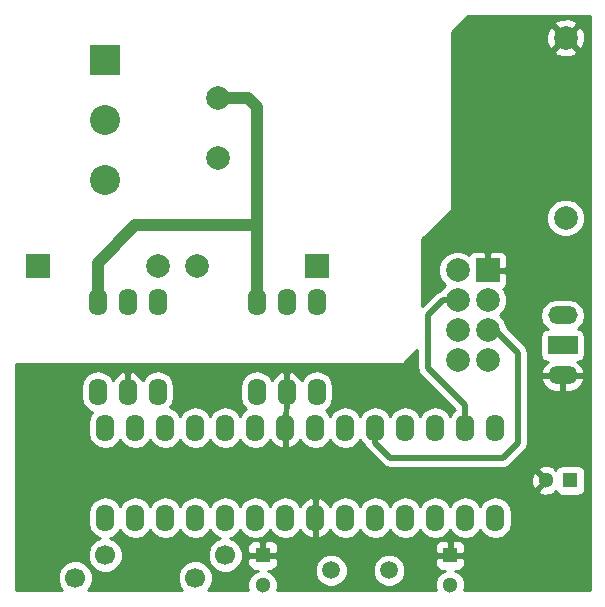
<source format=gtl>
G04 #@! TF.FileFunction,Copper,L1,Top,Signal*
%FSLAX46Y46*%
G04 Gerber Fmt 4.6, Leading zero omitted, Abs format (unit mm)*
G04 Created by KiCad (PCBNEW 4.0.4+e1-6308~48~ubuntu15.10.1-stable) date Mon Sep 26 14:10:36 2016*
%MOMM*%
%LPD*%
G01*
G04 APERTURE LIST*
%ADD10C,0.100000*%
%ADD11C,1.699260*%
%ADD12R,2.499360X1.501140*%
%ADD13O,2.499360X1.501140*%
%ADD14R,2.540000X2.540000*%
%ADD15C,2.540000*%
%ADD16R,1.300000X1.300000*%
%ADD17C,1.300000*%
%ADD18C,1.998980*%
%ADD19R,1.998980X1.998980*%
%ADD20O,1.600000X2.300000*%
%ADD21R,2.000000X2.000000*%
%ADD22C,2.000000*%
%ADD23C,1.501140*%
%ADD24C,0.500000*%
%ADD25C,0.250000*%
%ADD26C,1.000000*%
%ADD27C,0.254000*%
G04 APERTURE END LIST*
D10*
D11*
X149225520Y-127632460D03*
X139065520Y-127632460D03*
D12*
X180340000Y-107952540D03*
D13*
X180340000Y-110492540D03*
X180340000Y-105412540D03*
D14*
X141605000Y-83820000D03*
D15*
X141605000Y-88900000D03*
X141605000Y-93980000D03*
D16*
X154940000Y-125730000D03*
D17*
X154940000Y-128230000D03*
D16*
X170815000Y-125730000D03*
D17*
X170815000Y-128230000D03*
D16*
X180975000Y-119380000D03*
D17*
X178975000Y-119380000D03*
D18*
X146050000Y-101216460D03*
D19*
X135890000Y-101216460D03*
D18*
X149352000Y-101221540D03*
D19*
X159512000Y-101221540D03*
D20*
X141605000Y-122555000D03*
X144145000Y-122555000D03*
X146685000Y-122555000D03*
X149225000Y-122555000D03*
X151765000Y-122555000D03*
X154305000Y-122555000D03*
X156845000Y-122555000D03*
X159385000Y-122555000D03*
X161925000Y-122555000D03*
X164465000Y-122555000D03*
X167005000Y-122555000D03*
X169545000Y-122555000D03*
X172085000Y-122555000D03*
X174625000Y-122555000D03*
X174625000Y-114935000D03*
X172085000Y-114935000D03*
X169545000Y-114935000D03*
X167005000Y-114935000D03*
X164465000Y-114935000D03*
X161925000Y-114935000D03*
X159385000Y-114935000D03*
X156845000Y-114935000D03*
X154305000Y-114935000D03*
X151765000Y-114935000D03*
X149225000Y-114935000D03*
X146685000Y-114935000D03*
X144145000Y-114935000D03*
X141605000Y-114935000D03*
D11*
X151765520Y-125727460D03*
X141605520Y-125727460D03*
D21*
X173990000Y-101600000D03*
D22*
X171450000Y-101600000D03*
X173990000Y-104140000D03*
X171450000Y-104140000D03*
X173990000Y-106680000D03*
X171450000Y-106680000D03*
X173990000Y-109220000D03*
X171450000Y-109220000D03*
X151130000Y-86995000D03*
X151130000Y-92075000D03*
X180594000Y-81915000D03*
X180594000Y-97155000D03*
D23*
X160754060Y-127000000D03*
X165635940Y-127000000D03*
D20*
X140970000Y-111887000D03*
X143510000Y-111887000D03*
X146050000Y-111887000D03*
X146050000Y-104267000D03*
X143510000Y-104267000D03*
X140970000Y-104267000D03*
X154432000Y-111887000D03*
X156972000Y-111887000D03*
X159512000Y-111887000D03*
X159512000Y-104267000D03*
X156972000Y-104267000D03*
X154432000Y-104267000D03*
D24*
X170815000Y-111760000D02*
X172085000Y-113030000D01*
X171450000Y-104140000D02*
X170180000Y-104140000D01*
X172085000Y-113030000D02*
X172085000Y-114935000D01*
X168910000Y-109855000D02*
X170815000Y-111760000D01*
X168910000Y-105410000D02*
X168910000Y-109855000D01*
X170180000Y-104140000D02*
X168910000Y-105410000D01*
D25*
X173990000Y-106680000D02*
X174625000Y-106680000D01*
D24*
X174625000Y-106680000D02*
X176530000Y-108585000D01*
X164465000Y-116205000D02*
X164465000Y-114935000D01*
X165735000Y-117475000D02*
X164465000Y-116205000D01*
X175260000Y-117475000D02*
X165735000Y-117475000D01*
X176530000Y-116205000D02*
X175260000Y-117475000D01*
X176530000Y-108585000D02*
X176530000Y-116205000D01*
D26*
X154432000Y-104267000D02*
X154432000Y-87757000D01*
X154432000Y-87757000D02*
X153670000Y-86995000D01*
X153670000Y-86995000D02*
X151130000Y-86995000D01*
X140970000Y-104267000D02*
X140970000Y-100965000D01*
X140970000Y-100965000D02*
X144145000Y-97790000D01*
X144145000Y-97790000D02*
X154305000Y-97790000D01*
X154305000Y-97790000D02*
X154432000Y-97917000D01*
X154432000Y-97917000D02*
X154432000Y-104267000D01*
D27*
G36*
X182640000Y-128665000D02*
X172025750Y-128665000D01*
X172099777Y-128486724D01*
X172100223Y-127975519D01*
X171905005Y-127503057D01*
X171543845Y-127141265D01*
X171239765Y-127015000D01*
X171591310Y-127015000D01*
X171824699Y-126918327D01*
X172003327Y-126739698D01*
X172100000Y-126506309D01*
X172100000Y-126015750D01*
X171941250Y-125857000D01*
X170942000Y-125857000D01*
X170942000Y-125877000D01*
X170688000Y-125877000D01*
X170688000Y-125857000D01*
X169688750Y-125857000D01*
X169530000Y-126015750D01*
X169530000Y-126506309D01*
X169626673Y-126739698D01*
X169805301Y-126918327D01*
X170038690Y-127015000D01*
X170390567Y-127015000D01*
X170088057Y-127139995D01*
X169726265Y-127501155D01*
X169530223Y-127973276D01*
X169529777Y-128484481D01*
X169604366Y-128665000D01*
X156150750Y-128665000D01*
X156224777Y-128486724D01*
X156225223Y-127975519D01*
X156030005Y-127503057D01*
X155801746Y-127274398D01*
X159368250Y-127274398D01*
X159578746Y-127783837D01*
X159968173Y-128173944D01*
X160477244Y-128385329D01*
X161028458Y-128385810D01*
X161537897Y-128175314D01*
X161928004Y-127785887D01*
X162139389Y-127276816D01*
X162139391Y-127274398D01*
X164250130Y-127274398D01*
X164460626Y-127783837D01*
X164850053Y-128173944D01*
X165359124Y-128385329D01*
X165910338Y-128385810D01*
X166419777Y-128175314D01*
X166809884Y-127785887D01*
X167021269Y-127276816D01*
X167021750Y-126725602D01*
X166811254Y-126216163D01*
X166421827Y-125826056D01*
X165912756Y-125614671D01*
X165361542Y-125614190D01*
X164852103Y-125824686D01*
X164461996Y-126214113D01*
X164250611Y-126723184D01*
X164250130Y-127274398D01*
X162139391Y-127274398D01*
X162139870Y-126725602D01*
X161929374Y-126216163D01*
X161539947Y-125826056D01*
X161030876Y-125614671D01*
X160479662Y-125614190D01*
X159970223Y-125824686D01*
X159580116Y-126214113D01*
X159368731Y-126723184D01*
X159368250Y-127274398D01*
X155801746Y-127274398D01*
X155668845Y-127141265D01*
X155364765Y-127015000D01*
X155716310Y-127015000D01*
X155949699Y-126918327D01*
X156128327Y-126739698D01*
X156225000Y-126506309D01*
X156225000Y-126015750D01*
X156066250Y-125857000D01*
X155067000Y-125857000D01*
X155067000Y-125877000D01*
X154813000Y-125877000D01*
X154813000Y-125857000D01*
X153813750Y-125857000D01*
X153655000Y-126015750D01*
X153655000Y-126506309D01*
X153751673Y-126739698D01*
X153930301Y-126918327D01*
X154163690Y-127015000D01*
X154515567Y-127015000D01*
X154213057Y-127139995D01*
X153851265Y-127501155D01*
X153655223Y-127973276D01*
X153654777Y-128484481D01*
X153729366Y-128665000D01*
X150292595Y-128665000D01*
X150483394Y-128474534D01*
X150709892Y-127929067D01*
X150710408Y-127338444D01*
X150484862Y-126792583D01*
X150067594Y-126374586D01*
X149522127Y-126148088D01*
X148931504Y-126147572D01*
X148385643Y-126373118D01*
X147967646Y-126790386D01*
X147741148Y-127335853D01*
X147740632Y-127926476D01*
X147966178Y-128472337D01*
X148158505Y-128665000D01*
X140132595Y-128665000D01*
X140323394Y-128474534D01*
X140549892Y-127929067D01*
X140550408Y-127338444D01*
X140324862Y-126792583D01*
X139907594Y-126374586D01*
X139362127Y-126148088D01*
X138771504Y-126147572D01*
X138225643Y-126373118D01*
X137807646Y-126790386D01*
X137581148Y-127335853D01*
X137580632Y-127926476D01*
X137806178Y-128472337D01*
X137998505Y-128665000D01*
X134060000Y-128665000D01*
X134060000Y-126021476D01*
X140120632Y-126021476D01*
X140346178Y-126567337D01*
X140763446Y-126985334D01*
X141308913Y-127211832D01*
X141899536Y-127212348D01*
X142445397Y-126986802D01*
X142863394Y-126569534D01*
X143089892Y-126024067D01*
X143090408Y-125433444D01*
X142864862Y-124887583D01*
X142447594Y-124469586D01*
X142020632Y-124292296D01*
X142154151Y-124265737D01*
X142619698Y-123954668D01*
X142875000Y-123572582D01*
X143130302Y-123954668D01*
X143595849Y-124265737D01*
X144145000Y-124374970D01*
X144694151Y-124265737D01*
X145159698Y-123954668D01*
X145415000Y-123572582D01*
X145670302Y-123954668D01*
X146135849Y-124265737D01*
X146685000Y-124374970D01*
X147234151Y-124265737D01*
X147699698Y-123954668D01*
X147955000Y-123572582D01*
X148210302Y-123954668D01*
X148675849Y-124265737D01*
X149225000Y-124374970D01*
X149774151Y-124265737D01*
X150239698Y-123954668D01*
X150495000Y-123572582D01*
X150750302Y-123954668D01*
X151215849Y-124265737D01*
X151350580Y-124292537D01*
X150925643Y-124468118D01*
X150507646Y-124885386D01*
X150281148Y-125430853D01*
X150280632Y-126021476D01*
X150506178Y-126567337D01*
X150923446Y-126985334D01*
X151468913Y-127211832D01*
X152059536Y-127212348D01*
X152605397Y-126986802D01*
X153023394Y-126569534D01*
X153249892Y-126024067D01*
X153250408Y-125433444D01*
X153052178Y-124953691D01*
X153655000Y-124953691D01*
X153655000Y-125444250D01*
X153813750Y-125603000D01*
X154813000Y-125603000D01*
X154813000Y-124603750D01*
X155067000Y-124603750D01*
X155067000Y-125603000D01*
X156066250Y-125603000D01*
X156225000Y-125444250D01*
X156225000Y-124953691D01*
X169530000Y-124953691D01*
X169530000Y-125444250D01*
X169688750Y-125603000D01*
X170688000Y-125603000D01*
X170688000Y-124603750D01*
X170942000Y-124603750D01*
X170942000Y-125603000D01*
X171941250Y-125603000D01*
X172100000Y-125444250D01*
X172100000Y-124953691D01*
X172003327Y-124720302D01*
X171824699Y-124541673D01*
X171591310Y-124445000D01*
X171100750Y-124445000D01*
X170942000Y-124603750D01*
X170688000Y-124603750D01*
X170529250Y-124445000D01*
X170038690Y-124445000D01*
X169805301Y-124541673D01*
X169626673Y-124720302D01*
X169530000Y-124953691D01*
X156225000Y-124953691D01*
X156128327Y-124720302D01*
X155949699Y-124541673D01*
X155716310Y-124445000D01*
X155225750Y-124445000D01*
X155067000Y-124603750D01*
X154813000Y-124603750D01*
X154654250Y-124445000D01*
X154163690Y-124445000D01*
X153930301Y-124541673D01*
X153751673Y-124720302D01*
X153655000Y-124953691D01*
X153052178Y-124953691D01*
X153024862Y-124887583D01*
X152607594Y-124469586D01*
X152180632Y-124292296D01*
X152314151Y-124265737D01*
X152779698Y-123954668D01*
X153035000Y-123572582D01*
X153290302Y-123954668D01*
X153755849Y-124265737D01*
X154305000Y-124374970D01*
X154854151Y-124265737D01*
X155319698Y-123954668D01*
X155575000Y-123572582D01*
X155830302Y-123954668D01*
X156295849Y-124265737D01*
X156845000Y-124374970D01*
X157394151Y-124265737D01*
X157859698Y-123954668D01*
X158112149Y-123576849D01*
X158460104Y-124009500D01*
X158953181Y-124279367D01*
X159035961Y-124296904D01*
X159258000Y-124174915D01*
X159258000Y-122682000D01*
X159238000Y-122682000D01*
X159238000Y-122428000D01*
X159258000Y-122428000D01*
X159258000Y-120935085D01*
X159512000Y-120935085D01*
X159512000Y-122428000D01*
X159532000Y-122428000D01*
X159532000Y-122682000D01*
X159512000Y-122682000D01*
X159512000Y-124174915D01*
X159734039Y-124296904D01*
X159816819Y-124279367D01*
X160309896Y-124009500D01*
X160657851Y-123576849D01*
X160910302Y-123954668D01*
X161375849Y-124265737D01*
X161925000Y-124374970D01*
X162474151Y-124265737D01*
X162939698Y-123954668D01*
X163195000Y-123572582D01*
X163450302Y-123954668D01*
X163915849Y-124265737D01*
X164465000Y-124374970D01*
X165014151Y-124265737D01*
X165479698Y-123954668D01*
X165735000Y-123572582D01*
X165990302Y-123954668D01*
X166455849Y-124265737D01*
X167005000Y-124374970D01*
X167554151Y-124265737D01*
X168019698Y-123954668D01*
X168275000Y-123572582D01*
X168530302Y-123954668D01*
X168995849Y-124265737D01*
X169545000Y-124374970D01*
X170094151Y-124265737D01*
X170559698Y-123954668D01*
X170815000Y-123572582D01*
X171070302Y-123954668D01*
X171535849Y-124265737D01*
X172085000Y-124374970D01*
X172634151Y-124265737D01*
X173099698Y-123954668D01*
X173355000Y-123572582D01*
X173610302Y-123954668D01*
X174075849Y-124265737D01*
X174625000Y-124374970D01*
X175174151Y-124265737D01*
X175639698Y-123954668D01*
X175950767Y-123489121D01*
X176060000Y-122939970D01*
X176060000Y-122170030D01*
X175950767Y-121620879D01*
X175639698Y-121155332D01*
X175174151Y-120844263D01*
X174625000Y-120735030D01*
X174075849Y-120844263D01*
X173610302Y-121155332D01*
X173355000Y-121537418D01*
X173099698Y-121155332D01*
X172634151Y-120844263D01*
X172085000Y-120735030D01*
X171535849Y-120844263D01*
X171070302Y-121155332D01*
X170815000Y-121537418D01*
X170559698Y-121155332D01*
X170094151Y-120844263D01*
X169545000Y-120735030D01*
X168995849Y-120844263D01*
X168530302Y-121155332D01*
X168275000Y-121537418D01*
X168019698Y-121155332D01*
X167554151Y-120844263D01*
X167005000Y-120735030D01*
X166455849Y-120844263D01*
X165990302Y-121155332D01*
X165735000Y-121537418D01*
X165479698Y-121155332D01*
X165014151Y-120844263D01*
X164465000Y-120735030D01*
X163915849Y-120844263D01*
X163450302Y-121155332D01*
X163195000Y-121537418D01*
X162939698Y-121155332D01*
X162474151Y-120844263D01*
X161925000Y-120735030D01*
X161375849Y-120844263D01*
X160910302Y-121155332D01*
X160657851Y-121533151D01*
X160309896Y-121100500D01*
X159816819Y-120830633D01*
X159734039Y-120813096D01*
X159512000Y-120935085D01*
X159258000Y-120935085D01*
X159035961Y-120813096D01*
X158953181Y-120830633D01*
X158460104Y-121100500D01*
X158112149Y-121533151D01*
X157859698Y-121155332D01*
X157394151Y-120844263D01*
X156845000Y-120735030D01*
X156295849Y-120844263D01*
X155830302Y-121155332D01*
X155575000Y-121537418D01*
X155319698Y-121155332D01*
X154854151Y-120844263D01*
X154305000Y-120735030D01*
X153755849Y-120844263D01*
X153290302Y-121155332D01*
X153035000Y-121537418D01*
X152779698Y-121155332D01*
X152314151Y-120844263D01*
X151765000Y-120735030D01*
X151215849Y-120844263D01*
X150750302Y-121155332D01*
X150495000Y-121537418D01*
X150239698Y-121155332D01*
X149774151Y-120844263D01*
X149225000Y-120735030D01*
X148675849Y-120844263D01*
X148210302Y-121155332D01*
X147955000Y-121537418D01*
X147699698Y-121155332D01*
X147234151Y-120844263D01*
X146685000Y-120735030D01*
X146135849Y-120844263D01*
X145670302Y-121155332D01*
X145415000Y-121537418D01*
X145159698Y-121155332D01*
X144694151Y-120844263D01*
X144145000Y-120735030D01*
X143595849Y-120844263D01*
X143130302Y-121155332D01*
X142875000Y-121537418D01*
X142619698Y-121155332D01*
X142154151Y-120844263D01*
X141605000Y-120735030D01*
X141055849Y-120844263D01*
X140590302Y-121155332D01*
X140279233Y-121620879D01*
X140170000Y-122170030D01*
X140170000Y-122939970D01*
X140279233Y-123489121D01*
X140590302Y-123954668D01*
X141055849Y-124265737D01*
X141190580Y-124292537D01*
X140765643Y-124468118D01*
X140347646Y-124885386D01*
X140121148Y-125430853D01*
X140120632Y-126021476D01*
X134060000Y-126021476D01*
X134060000Y-119199078D01*
X177677378Y-119199078D01*
X177706917Y-119709428D01*
X177845389Y-120043729D01*
X178075984Y-120099410D01*
X178795395Y-119380000D01*
X178075984Y-118660590D01*
X177845389Y-118716271D01*
X177677378Y-119199078D01*
X134060000Y-119199078D01*
X134060000Y-118480984D01*
X178255590Y-118480984D01*
X178975000Y-119200395D01*
X178989142Y-119186252D01*
X179168748Y-119365858D01*
X179154605Y-119380000D01*
X179168748Y-119394142D01*
X178989142Y-119573748D01*
X178975000Y-119559605D01*
X178255590Y-120279016D01*
X178311271Y-120509611D01*
X178794078Y-120677622D01*
X179304428Y-120648083D01*
X179638729Y-120509611D01*
X179694410Y-120279018D01*
X179796072Y-120380680D01*
X179860910Y-120481441D01*
X180073110Y-120626431D01*
X180325000Y-120677440D01*
X181625000Y-120677440D01*
X181860317Y-120633162D01*
X182076441Y-120494090D01*
X182221431Y-120281890D01*
X182272440Y-120030000D01*
X182272440Y-118730000D01*
X182228162Y-118494683D01*
X182089090Y-118278559D01*
X181876890Y-118133569D01*
X181625000Y-118082560D01*
X180325000Y-118082560D01*
X180089683Y-118126838D01*
X179873559Y-118265910D01*
X179796063Y-118379329D01*
X179694410Y-118480982D01*
X179638729Y-118250389D01*
X179155922Y-118082378D01*
X178645572Y-118111917D01*
X178311271Y-118250389D01*
X178255590Y-118480984D01*
X134060000Y-118480984D01*
X134060000Y-111502030D01*
X139535000Y-111502030D01*
X139535000Y-112271970D01*
X139644233Y-112821121D01*
X139955302Y-113286668D01*
X140420849Y-113597737D01*
X140533616Y-113620168D01*
X140279233Y-114000879D01*
X140170000Y-114550030D01*
X140170000Y-115319970D01*
X140279233Y-115869121D01*
X140590302Y-116334668D01*
X141055849Y-116645737D01*
X141605000Y-116754970D01*
X142154151Y-116645737D01*
X142619698Y-116334668D01*
X142875000Y-115952582D01*
X143130302Y-116334668D01*
X143595849Y-116645737D01*
X144145000Y-116754970D01*
X144694151Y-116645737D01*
X145159698Y-116334668D01*
X145415000Y-115952582D01*
X145670302Y-116334668D01*
X146135849Y-116645737D01*
X146685000Y-116754970D01*
X147234151Y-116645737D01*
X147699698Y-116334668D01*
X147955000Y-115952582D01*
X148210302Y-116334668D01*
X148675849Y-116645737D01*
X149225000Y-116754970D01*
X149774151Y-116645737D01*
X150239698Y-116334668D01*
X150495000Y-115952582D01*
X150750302Y-116334668D01*
X151215849Y-116645737D01*
X151765000Y-116754970D01*
X152314151Y-116645737D01*
X152779698Y-116334668D01*
X153035000Y-115952582D01*
X153290302Y-116334668D01*
X153755849Y-116645737D01*
X154305000Y-116754970D01*
X154854151Y-116645737D01*
X155319698Y-116334668D01*
X155572149Y-115956849D01*
X155920104Y-116389500D01*
X156413181Y-116659367D01*
X156495961Y-116676904D01*
X156718000Y-116554915D01*
X156718000Y-115062000D01*
X156698000Y-115062000D01*
X156698000Y-114808000D01*
X156718000Y-114808000D01*
X156718000Y-113576689D01*
X156845000Y-113506915D01*
X156845000Y-112014000D01*
X156825000Y-112014000D01*
X156825000Y-111760000D01*
X156845000Y-111760000D01*
X156845000Y-110267085D01*
X156622961Y-110145096D01*
X156540181Y-110162633D01*
X156047104Y-110432500D01*
X155699149Y-110865151D01*
X155446698Y-110487332D01*
X154981151Y-110176263D01*
X154432000Y-110067030D01*
X153882849Y-110176263D01*
X153417302Y-110487332D01*
X153106233Y-110952879D01*
X152997000Y-111502030D01*
X152997000Y-112271970D01*
X153106233Y-112821121D01*
X153417302Y-113286668D01*
X153539878Y-113368571D01*
X153290302Y-113535332D01*
X153035000Y-113917418D01*
X152779698Y-113535332D01*
X152314151Y-113224263D01*
X151765000Y-113115030D01*
X151215849Y-113224263D01*
X150750302Y-113535332D01*
X150495000Y-113917418D01*
X150239698Y-113535332D01*
X149774151Y-113224263D01*
X149225000Y-113115030D01*
X148675849Y-113224263D01*
X148210302Y-113535332D01*
X147955000Y-113917418D01*
X147699698Y-113535332D01*
X147234151Y-113224263D01*
X147121384Y-113201832D01*
X147375767Y-112821121D01*
X147485000Y-112271970D01*
X147485000Y-111502030D01*
X147375767Y-110952879D01*
X147064698Y-110487332D01*
X146599151Y-110176263D01*
X146050000Y-110067030D01*
X145500849Y-110176263D01*
X145035302Y-110487332D01*
X144782851Y-110865151D01*
X144434896Y-110432500D01*
X143941819Y-110162633D01*
X143859039Y-110145096D01*
X143637000Y-110267085D01*
X143637000Y-111760000D01*
X143657000Y-111760000D01*
X143657000Y-112014000D01*
X143637000Y-112014000D01*
X143637000Y-112034000D01*
X143383000Y-112034000D01*
X143383000Y-112014000D01*
X143363000Y-112014000D01*
X143363000Y-111760000D01*
X143383000Y-111760000D01*
X143383000Y-110267085D01*
X143160961Y-110145096D01*
X143078181Y-110162633D01*
X142585104Y-110432500D01*
X142237149Y-110865151D01*
X141984698Y-110487332D01*
X141519151Y-110176263D01*
X140970000Y-110067030D01*
X140420849Y-110176263D01*
X139955302Y-110487332D01*
X139644233Y-110952879D01*
X139535000Y-111502030D01*
X134060000Y-111502030D01*
X134060000Y-109502000D01*
X166850000Y-109502000D01*
X166899410Y-109491994D01*
X166939803Y-109464803D01*
X168025000Y-108379606D01*
X168025000Y-109854995D01*
X168024999Y-109855000D01*
X168069683Y-110079637D01*
X168092367Y-110193675D01*
X168141418Y-110267085D01*
X168284210Y-110480790D01*
X170189208Y-112385787D01*
X170189210Y-112385790D01*
X171200000Y-113396579D01*
X171200000Y-113448670D01*
X171070302Y-113535332D01*
X170815000Y-113917418D01*
X170559698Y-113535332D01*
X170094151Y-113224263D01*
X169545000Y-113115030D01*
X168995849Y-113224263D01*
X168530302Y-113535332D01*
X168275000Y-113917418D01*
X168019698Y-113535332D01*
X167554151Y-113224263D01*
X167005000Y-113115030D01*
X166455849Y-113224263D01*
X165990302Y-113535332D01*
X165735000Y-113917418D01*
X165479698Y-113535332D01*
X165014151Y-113224263D01*
X164465000Y-113115030D01*
X163915849Y-113224263D01*
X163450302Y-113535332D01*
X163195000Y-113917418D01*
X162939698Y-113535332D01*
X162474151Y-113224263D01*
X161925000Y-113115030D01*
X161375849Y-113224263D01*
X160910302Y-113535332D01*
X160655000Y-113917418D01*
X160399698Y-113535332D01*
X160277122Y-113453429D01*
X160526698Y-113286668D01*
X160837767Y-112821121D01*
X160947000Y-112271970D01*
X160947000Y-111502030D01*
X160837767Y-110952879D01*
X160526698Y-110487332D01*
X160061151Y-110176263D01*
X159512000Y-110067030D01*
X158962849Y-110176263D01*
X158497302Y-110487332D01*
X158244851Y-110865151D01*
X157896896Y-110432500D01*
X157403819Y-110162633D01*
X157321039Y-110145096D01*
X157099000Y-110267085D01*
X157099000Y-111760000D01*
X157119000Y-111760000D01*
X157119000Y-112014000D01*
X157099000Y-112014000D01*
X157099000Y-113245311D01*
X156972000Y-113315085D01*
X156972000Y-114808000D01*
X156992000Y-114808000D01*
X156992000Y-115062000D01*
X156972000Y-115062000D01*
X156972000Y-116554915D01*
X157194039Y-116676904D01*
X157276819Y-116659367D01*
X157769896Y-116389500D01*
X158117851Y-115956849D01*
X158370302Y-116334668D01*
X158835849Y-116645737D01*
X159385000Y-116754970D01*
X159934151Y-116645737D01*
X160399698Y-116334668D01*
X160655000Y-115952582D01*
X160910302Y-116334668D01*
X161375849Y-116645737D01*
X161925000Y-116754970D01*
X162474151Y-116645737D01*
X162939698Y-116334668D01*
X163195000Y-115952582D01*
X163450302Y-116334668D01*
X163629627Y-116454489D01*
X163636190Y-116487484D01*
X163647367Y-116543675D01*
X163788549Y-116754970D01*
X163839210Y-116830790D01*
X165109208Y-118100787D01*
X165109210Y-118100790D01*
X165333102Y-118250389D01*
X165396325Y-118292633D01*
X165735000Y-118360001D01*
X165735005Y-118360000D01*
X175259995Y-118360000D01*
X175260000Y-118360001D01*
X175542484Y-118303810D01*
X175598675Y-118292633D01*
X175885790Y-118100790D01*
X175885791Y-118100789D01*
X177155787Y-116830792D01*
X177155790Y-116830790D01*
X177347633Y-116543675D01*
X177347633Y-116543674D01*
X177415001Y-116205000D01*
X177415000Y-116204995D01*
X177415000Y-110833815D01*
X178498007Y-110833815D01*
X178512190Y-110905443D01*
X178771342Y-111382484D01*
X179193323Y-111724039D01*
X179713890Y-111878110D01*
X180213000Y-111878110D01*
X180213000Y-110619540D01*
X180467000Y-110619540D01*
X180467000Y-111878110D01*
X180966110Y-111878110D01*
X181486677Y-111724039D01*
X181908658Y-111382484D01*
X182167810Y-110905443D01*
X182181993Y-110833815D01*
X182059339Y-110619540D01*
X180467000Y-110619540D01*
X180213000Y-110619540D01*
X178620661Y-110619540D01*
X178498007Y-110833815D01*
X177415000Y-110833815D01*
X177415000Y-108585005D01*
X177415001Y-108585000D01*
X177347633Y-108246326D01*
X177347633Y-108246325D01*
X177155790Y-107959210D01*
X177155787Y-107959208D01*
X175625221Y-106428641D01*
X175625284Y-106356205D01*
X175376894Y-105755057D01*
X175034976Y-105412540D01*
X178418397Y-105412540D01*
X178523867Y-105942775D01*
X178824221Y-106392286D01*
X179072152Y-106557949D01*
X178855003Y-106598808D01*
X178638879Y-106737880D01*
X178493889Y-106950080D01*
X178442880Y-107201970D01*
X178442880Y-108703110D01*
X178487158Y-108938427D01*
X178626230Y-109154551D01*
X178838430Y-109299541D01*
X179084255Y-109349322D01*
X178771342Y-109602596D01*
X178512190Y-110079637D01*
X178498007Y-110151265D01*
X178620661Y-110365540D01*
X180213000Y-110365540D01*
X180213000Y-110345540D01*
X180467000Y-110345540D01*
X180467000Y-110365540D01*
X182059339Y-110365540D01*
X182181993Y-110151265D01*
X182167810Y-110079637D01*
X181908658Y-109602596D01*
X181595832Y-109349392D01*
X181824997Y-109306272D01*
X182041121Y-109167200D01*
X182186111Y-108955000D01*
X182237120Y-108703110D01*
X182237120Y-107201970D01*
X182192842Y-106966653D01*
X182053770Y-106750529D01*
X181841570Y-106605539D01*
X181607549Y-106558148D01*
X181855779Y-106392286D01*
X182156133Y-105942775D01*
X182261603Y-105412540D01*
X182156133Y-104882305D01*
X181855779Y-104432794D01*
X181406268Y-104132440D01*
X180876033Y-104026970D01*
X179803967Y-104026970D01*
X179273732Y-104132440D01*
X178824221Y-104432794D01*
X178523867Y-104882305D01*
X178418397Y-105412540D01*
X175034976Y-105412540D01*
X175032241Y-105409801D01*
X175375278Y-105067363D01*
X175624716Y-104466648D01*
X175625284Y-103816205D01*
X175376894Y-103215057D01*
X175314749Y-103152803D01*
X175349698Y-103138327D01*
X175528327Y-102959699D01*
X175625000Y-102726310D01*
X175625000Y-101885750D01*
X175466250Y-101727000D01*
X174117000Y-101727000D01*
X174117000Y-101747000D01*
X173863000Y-101747000D01*
X173863000Y-101727000D01*
X173843000Y-101727000D01*
X173843000Y-101473000D01*
X173863000Y-101473000D01*
X173863000Y-100123750D01*
X174117000Y-100123750D01*
X174117000Y-101473000D01*
X175466250Y-101473000D01*
X175625000Y-101314250D01*
X175625000Y-100473690D01*
X175528327Y-100240301D01*
X175349698Y-100061673D01*
X175116309Y-99965000D01*
X174275750Y-99965000D01*
X174117000Y-100123750D01*
X173863000Y-100123750D01*
X173704250Y-99965000D01*
X172863691Y-99965000D01*
X172630302Y-100061673D01*
X172451673Y-100240301D01*
X172437369Y-100274833D01*
X172377363Y-100214722D01*
X171776648Y-99965284D01*
X171126205Y-99964716D01*
X170525057Y-100213106D01*
X170064722Y-100672637D01*
X169815284Y-101273352D01*
X169814716Y-101923795D01*
X170063106Y-102524943D01*
X170407759Y-102870199D01*
X170064722Y-103212637D01*
X170035169Y-103283808D01*
X169841325Y-103322367D01*
X169554210Y-103514210D01*
X169554208Y-103514213D01*
X168477000Y-104591420D01*
X168477000Y-98927606D01*
X169925811Y-97478795D01*
X178958716Y-97478795D01*
X179207106Y-98079943D01*
X179666637Y-98540278D01*
X180267352Y-98789716D01*
X180917795Y-98790284D01*
X181518943Y-98541894D01*
X181979278Y-98082363D01*
X182228716Y-97481648D01*
X182229284Y-96831205D01*
X181980894Y-96230057D01*
X181521363Y-95769722D01*
X180920648Y-95520284D01*
X180270205Y-95519716D01*
X179669057Y-95768106D01*
X179208722Y-96227637D01*
X178959284Y-96828352D01*
X178958716Y-97478795D01*
X169925811Y-97478795D01*
X170939803Y-96464803D01*
X170967666Y-96422789D01*
X170977000Y-96375000D01*
X170977000Y-83067532D01*
X179621073Y-83067532D01*
X179719736Y-83334387D01*
X180329461Y-83560908D01*
X180979460Y-83536856D01*
X181468264Y-83334387D01*
X181566927Y-83067532D01*
X180594000Y-82094605D01*
X179621073Y-83067532D01*
X170977000Y-83067532D01*
X170977000Y-81650461D01*
X178948092Y-81650461D01*
X178972144Y-82300460D01*
X179174613Y-82789264D01*
X179441468Y-82887927D01*
X180414395Y-81915000D01*
X180773605Y-81915000D01*
X181746532Y-82887927D01*
X182013387Y-82789264D01*
X182239908Y-82179539D01*
X182215856Y-81529540D01*
X182013387Y-81040736D01*
X181746532Y-80942073D01*
X180773605Y-81915000D01*
X180414395Y-81915000D01*
X179441468Y-80942073D01*
X179174613Y-81040736D01*
X178948092Y-81650461D01*
X170977000Y-81650461D01*
X170977000Y-81427606D01*
X171642138Y-80762468D01*
X179621073Y-80762468D01*
X180594000Y-81735395D01*
X181566927Y-80762468D01*
X181468264Y-80495613D01*
X180858539Y-80269092D01*
X180208540Y-80293144D01*
X179719736Y-80495613D01*
X179621073Y-80762468D01*
X171642138Y-80762468D01*
X172319606Y-80085000D01*
X182640000Y-80085000D01*
X182640000Y-128665000D01*
X182640000Y-128665000D01*
G37*
X182640000Y-128665000D02*
X172025750Y-128665000D01*
X172099777Y-128486724D01*
X172100223Y-127975519D01*
X171905005Y-127503057D01*
X171543845Y-127141265D01*
X171239765Y-127015000D01*
X171591310Y-127015000D01*
X171824699Y-126918327D01*
X172003327Y-126739698D01*
X172100000Y-126506309D01*
X172100000Y-126015750D01*
X171941250Y-125857000D01*
X170942000Y-125857000D01*
X170942000Y-125877000D01*
X170688000Y-125877000D01*
X170688000Y-125857000D01*
X169688750Y-125857000D01*
X169530000Y-126015750D01*
X169530000Y-126506309D01*
X169626673Y-126739698D01*
X169805301Y-126918327D01*
X170038690Y-127015000D01*
X170390567Y-127015000D01*
X170088057Y-127139995D01*
X169726265Y-127501155D01*
X169530223Y-127973276D01*
X169529777Y-128484481D01*
X169604366Y-128665000D01*
X156150750Y-128665000D01*
X156224777Y-128486724D01*
X156225223Y-127975519D01*
X156030005Y-127503057D01*
X155801746Y-127274398D01*
X159368250Y-127274398D01*
X159578746Y-127783837D01*
X159968173Y-128173944D01*
X160477244Y-128385329D01*
X161028458Y-128385810D01*
X161537897Y-128175314D01*
X161928004Y-127785887D01*
X162139389Y-127276816D01*
X162139391Y-127274398D01*
X164250130Y-127274398D01*
X164460626Y-127783837D01*
X164850053Y-128173944D01*
X165359124Y-128385329D01*
X165910338Y-128385810D01*
X166419777Y-128175314D01*
X166809884Y-127785887D01*
X167021269Y-127276816D01*
X167021750Y-126725602D01*
X166811254Y-126216163D01*
X166421827Y-125826056D01*
X165912756Y-125614671D01*
X165361542Y-125614190D01*
X164852103Y-125824686D01*
X164461996Y-126214113D01*
X164250611Y-126723184D01*
X164250130Y-127274398D01*
X162139391Y-127274398D01*
X162139870Y-126725602D01*
X161929374Y-126216163D01*
X161539947Y-125826056D01*
X161030876Y-125614671D01*
X160479662Y-125614190D01*
X159970223Y-125824686D01*
X159580116Y-126214113D01*
X159368731Y-126723184D01*
X159368250Y-127274398D01*
X155801746Y-127274398D01*
X155668845Y-127141265D01*
X155364765Y-127015000D01*
X155716310Y-127015000D01*
X155949699Y-126918327D01*
X156128327Y-126739698D01*
X156225000Y-126506309D01*
X156225000Y-126015750D01*
X156066250Y-125857000D01*
X155067000Y-125857000D01*
X155067000Y-125877000D01*
X154813000Y-125877000D01*
X154813000Y-125857000D01*
X153813750Y-125857000D01*
X153655000Y-126015750D01*
X153655000Y-126506309D01*
X153751673Y-126739698D01*
X153930301Y-126918327D01*
X154163690Y-127015000D01*
X154515567Y-127015000D01*
X154213057Y-127139995D01*
X153851265Y-127501155D01*
X153655223Y-127973276D01*
X153654777Y-128484481D01*
X153729366Y-128665000D01*
X150292595Y-128665000D01*
X150483394Y-128474534D01*
X150709892Y-127929067D01*
X150710408Y-127338444D01*
X150484862Y-126792583D01*
X150067594Y-126374586D01*
X149522127Y-126148088D01*
X148931504Y-126147572D01*
X148385643Y-126373118D01*
X147967646Y-126790386D01*
X147741148Y-127335853D01*
X147740632Y-127926476D01*
X147966178Y-128472337D01*
X148158505Y-128665000D01*
X140132595Y-128665000D01*
X140323394Y-128474534D01*
X140549892Y-127929067D01*
X140550408Y-127338444D01*
X140324862Y-126792583D01*
X139907594Y-126374586D01*
X139362127Y-126148088D01*
X138771504Y-126147572D01*
X138225643Y-126373118D01*
X137807646Y-126790386D01*
X137581148Y-127335853D01*
X137580632Y-127926476D01*
X137806178Y-128472337D01*
X137998505Y-128665000D01*
X134060000Y-128665000D01*
X134060000Y-126021476D01*
X140120632Y-126021476D01*
X140346178Y-126567337D01*
X140763446Y-126985334D01*
X141308913Y-127211832D01*
X141899536Y-127212348D01*
X142445397Y-126986802D01*
X142863394Y-126569534D01*
X143089892Y-126024067D01*
X143090408Y-125433444D01*
X142864862Y-124887583D01*
X142447594Y-124469586D01*
X142020632Y-124292296D01*
X142154151Y-124265737D01*
X142619698Y-123954668D01*
X142875000Y-123572582D01*
X143130302Y-123954668D01*
X143595849Y-124265737D01*
X144145000Y-124374970D01*
X144694151Y-124265737D01*
X145159698Y-123954668D01*
X145415000Y-123572582D01*
X145670302Y-123954668D01*
X146135849Y-124265737D01*
X146685000Y-124374970D01*
X147234151Y-124265737D01*
X147699698Y-123954668D01*
X147955000Y-123572582D01*
X148210302Y-123954668D01*
X148675849Y-124265737D01*
X149225000Y-124374970D01*
X149774151Y-124265737D01*
X150239698Y-123954668D01*
X150495000Y-123572582D01*
X150750302Y-123954668D01*
X151215849Y-124265737D01*
X151350580Y-124292537D01*
X150925643Y-124468118D01*
X150507646Y-124885386D01*
X150281148Y-125430853D01*
X150280632Y-126021476D01*
X150506178Y-126567337D01*
X150923446Y-126985334D01*
X151468913Y-127211832D01*
X152059536Y-127212348D01*
X152605397Y-126986802D01*
X153023394Y-126569534D01*
X153249892Y-126024067D01*
X153250408Y-125433444D01*
X153052178Y-124953691D01*
X153655000Y-124953691D01*
X153655000Y-125444250D01*
X153813750Y-125603000D01*
X154813000Y-125603000D01*
X154813000Y-124603750D01*
X155067000Y-124603750D01*
X155067000Y-125603000D01*
X156066250Y-125603000D01*
X156225000Y-125444250D01*
X156225000Y-124953691D01*
X169530000Y-124953691D01*
X169530000Y-125444250D01*
X169688750Y-125603000D01*
X170688000Y-125603000D01*
X170688000Y-124603750D01*
X170942000Y-124603750D01*
X170942000Y-125603000D01*
X171941250Y-125603000D01*
X172100000Y-125444250D01*
X172100000Y-124953691D01*
X172003327Y-124720302D01*
X171824699Y-124541673D01*
X171591310Y-124445000D01*
X171100750Y-124445000D01*
X170942000Y-124603750D01*
X170688000Y-124603750D01*
X170529250Y-124445000D01*
X170038690Y-124445000D01*
X169805301Y-124541673D01*
X169626673Y-124720302D01*
X169530000Y-124953691D01*
X156225000Y-124953691D01*
X156128327Y-124720302D01*
X155949699Y-124541673D01*
X155716310Y-124445000D01*
X155225750Y-124445000D01*
X155067000Y-124603750D01*
X154813000Y-124603750D01*
X154654250Y-124445000D01*
X154163690Y-124445000D01*
X153930301Y-124541673D01*
X153751673Y-124720302D01*
X153655000Y-124953691D01*
X153052178Y-124953691D01*
X153024862Y-124887583D01*
X152607594Y-124469586D01*
X152180632Y-124292296D01*
X152314151Y-124265737D01*
X152779698Y-123954668D01*
X153035000Y-123572582D01*
X153290302Y-123954668D01*
X153755849Y-124265737D01*
X154305000Y-124374970D01*
X154854151Y-124265737D01*
X155319698Y-123954668D01*
X155575000Y-123572582D01*
X155830302Y-123954668D01*
X156295849Y-124265737D01*
X156845000Y-124374970D01*
X157394151Y-124265737D01*
X157859698Y-123954668D01*
X158112149Y-123576849D01*
X158460104Y-124009500D01*
X158953181Y-124279367D01*
X159035961Y-124296904D01*
X159258000Y-124174915D01*
X159258000Y-122682000D01*
X159238000Y-122682000D01*
X159238000Y-122428000D01*
X159258000Y-122428000D01*
X159258000Y-120935085D01*
X159512000Y-120935085D01*
X159512000Y-122428000D01*
X159532000Y-122428000D01*
X159532000Y-122682000D01*
X159512000Y-122682000D01*
X159512000Y-124174915D01*
X159734039Y-124296904D01*
X159816819Y-124279367D01*
X160309896Y-124009500D01*
X160657851Y-123576849D01*
X160910302Y-123954668D01*
X161375849Y-124265737D01*
X161925000Y-124374970D01*
X162474151Y-124265737D01*
X162939698Y-123954668D01*
X163195000Y-123572582D01*
X163450302Y-123954668D01*
X163915849Y-124265737D01*
X164465000Y-124374970D01*
X165014151Y-124265737D01*
X165479698Y-123954668D01*
X165735000Y-123572582D01*
X165990302Y-123954668D01*
X166455849Y-124265737D01*
X167005000Y-124374970D01*
X167554151Y-124265737D01*
X168019698Y-123954668D01*
X168275000Y-123572582D01*
X168530302Y-123954668D01*
X168995849Y-124265737D01*
X169545000Y-124374970D01*
X170094151Y-124265737D01*
X170559698Y-123954668D01*
X170815000Y-123572582D01*
X171070302Y-123954668D01*
X171535849Y-124265737D01*
X172085000Y-124374970D01*
X172634151Y-124265737D01*
X173099698Y-123954668D01*
X173355000Y-123572582D01*
X173610302Y-123954668D01*
X174075849Y-124265737D01*
X174625000Y-124374970D01*
X175174151Y-124265737D01*
X175639698Y-123954668D01*
X175950767Y-123489121D01*
X176060000Y-122939970D01*
X176060000Y-122170030D01*
X175950767Y-121620879D01*
X175639698Y-121155332D01*
X175174151Y-120844263D01*
X174625000Y-120735030D01*
X174075849Y-120844263D01*
X173610302Y-121155332D01*
X173355000Y-121537418D01*
X173099698Y-121155332D01*
X172634151Y-120844263D01*
X172085000Y-120735030D01*
X171535849Y-120844263D01*
X171070302Y-121155332D01*
X170815000Y-121537418D01*
X170559698Y-121155332D01*
X170094151Y-120844263D01*
X169545000Y-120735030D01*
X168995849Y-120844263D01*
X168530302Y-121155332D01*
X168275000Y-121537418D01*
X168019698Y-121155332D01*
X167554151Y-120844263D01*
X167005000Y-120735030D01*
X166455849Y-120844263D01*
X165990302Y-121155332D01*
X165735000Y-121537418D01*
X165479698Y-121155332D01*
X165014151Y-120844263D01*
X164465000Y-120735030D01*
X163915849Y-120844263D01*
X163450302Y-121155332D01*
X163195000Y-121537418D01*
X162939698Y-121155332D01*
X162474151Y-120844263D01*
X161925000Y-120735030D01*
X161375849Y-120844263D01*
X160910302Y-121155332D01*
X160657851Y-121533151D01*
X160309896Y-121100500D01*
X159816819Y-120830633D01*
X159734039Y-120813096D01*
X159512000Y-120935085D01*
X159258000Y-120935085D01*
X159035961Y-120813096D01*
X158953181Y-120830633D01*
X158460104Y-121100500D01*
X158112149Y-121533151D01*
X157859698Y-121155332D01*
X157394151Y-120844263D01*
X156845000Y-120735030D01*
X156295849Y-120844263D01*
X155830302Y-121155332D01*
X155575000Y-121537418D01*
X155319698Y-121155332D01*
X154854151Y-120844263D01*
X154305000Y-120735030D01*
X153755849Y-120844263D01*
X153290302Y-121155332D01*
X153035000Y-121537418D01*
X152779698Y-121155332D01*
X152314151Y-120844263D01*
X151765000Y-120735030D01*
X151215849Y-120844263D01*
X150750302Y-121155332D01*
X150495000Y-121537418D01*
X150239698Y-121155332D01*
X149774151Y-120844263D01*
X149225000Y-120735030D01*
X148675849Y-120844263D01*
X148210302Y-121155332D01*
X147955000Y-121537418D01*
X147699698Y-121155332D01*
X147234151Y-120844263D01*
X146685000Y-120735030D01*
X146135849Y-120844263D01*
X145670302Y-121155332D01*
X145415000Y-121537418D01*
X145159698Y-121155332D01*
X144694151Y-120844263D01*
X144145000Y-120735030D01*
X143595849Y-120844263D01*
X143130302Y-121155332D01*
X142875000Y-121537418D01*
X142619698Y-121155332D01*
X142154151Y-120844263D01*
X141605000Y-120735030D01*
X141055849Y-120844263D01*
X140590302Y-121155332D01*
X140279233Y-121620879D01*
X140170000Y-122170030D01*
X140170000Y-122939970D01*
X140279233Y-123489121D01*
X140590302Y-123954668D01*
X141055849Y-124265737D01*
X141190580Y-124292537D01*
X140765643Y-124468118D01*
X140347646Y-124885386D01*
X140121148Y-125430853D01*
X140120632Y-126021476D01*
X134060000Y-126021476D01*
X134060000Y-119199078D01*
X177677378Y-119199078D01*
X177706917Y-119709428D01*
X177845389Y-120043729D01*
X178075984Y-120099410D01*
X178795395Y-119380000D01*
X178075984Y-118660590D01*
X177845389Y-118716271D01*
X177677378Y-119199078D01*
X134060000Y-119199078D01*
X134060000Y-118480984D01*
X178255590Y-118480984D01*
X178975000Y-119200395D01*
X178989142Y-119186252D01*
X179168748Y-119365858D01*
X179154605Y-119380000D01*
X179168748Y-119394142D01*
X178989142Y-119573748D01*
X178975000Y-119559605D01*
X178255590Y-120279016D01*
X178311271Y-120509611D01*
X178794078Y-120677622D01*
X179304428Y-120648083D01*
X179638729Y-120509611D01*
X179694410Y-120279018D01*
X179796072Y-120380680D01*
X179860910Y-120481441D01*
X180073110Y-120626431D01*
X180325000Y-120677440D01*
X181625000Y-120677440D01*
X181860317Y-120633162D01*
X182076441Y-120494090D01*
X182221431Y-120281890D01*
X182272440Y-120030000D01*
X182272440Y-118730000D01*
X182228162Y-118494683D01*
X182089090Y-118278559D01*
X181876890Y-118133569D01*
X181625000Y-118082560D01*
X180325000Y-118082560D01*
X180089683Y-118126838D01*
X179873559Y-118265910D01*
X179796063Y-118379329D01*
X179694410Y-118480982D01*
X179638729Y-118250389D01*
X179155922Y-118082378D01*
X178645572Y-118111917D01*
X178311271Y-118250389D01*
X178255590Y-118480984D01*
X134060000Y-118480984D01*
X134060000Y-111502030D01*
X139535000Y-111502030D01*
X139535000Y-112271970D01*
X139644233Y-112821121D01*
X139955302Y-113286668D01*
X140420849Y-113597737D01*
X140533616Y-113620168D01*
X140279233Y-114000879D01*
X140170000Y-114550030D01*
X140170000Y-115319970D01*
X140279233Y-115869121D01*
X140590302Y-116334668D01*
X141055849Y-116645737D01*
X141605000Y-116754970D01*
X142154151Y-116645737D01*
X142619698Y-116334668D01*
X142875000Y-115952582D01*
X143130302Y-116334668D01*
X143595849Y-116645737D01*
X144145000Y-116754970D01*
X144694151Y-116645737D01*
X145159698Y-116334668D01*
X145415000Y-115952582D01*
X145670302Y-116334668D01*
X146135849Y-116645737D01*
X146685000Y-116754970D01*
X147234151Y-116645737D01*
X147699698Y-116334668D01*
X147955000Y-115952582D01*
X148210302Y-116334668D01*
X148675849Y-116645737D01*
X149225000Y-116754970D01*
X149774151Y-116645737D01*
X150239698Y-116334668D01*
X150495000Y-115952582D01*
X150750302Y-116334668D01*
X151215849Y-116645737D01*
X151765000Y-116754970D01*
X152314151Y-116645737D01*
X152779698Y-116334668D01*
X153035000Y-115952582D01*
X153290302Y-116334668D01*
X153755849Y-116645737D01*
X154305000Y-116754970D01*
X154854151Y-116645737D01*
X155319698Y-116334668D01*
X155572149Y-115956849D01*
X155920104Y-116389500D01*
X156413181Y-116659367D01*
X156495961Y-116676904D01*
X156718000Y-116554915D01*
X156718000Y-115062000D01*
X156698000Y-115062000D01*
X156698000Y-114808000D01*
X156718000Y-114808000D01*
X156718000Y-113576689D01*
X156845000Y-113506915D01*
X156845000Y-112014000D01*
X156825000Y-112014000D01*
X156825000Y-111760000D01*
X156845000Y-111760000D01*
X156845000Y-110267085D01*
X156622961Y-110145096D01*
X156540181Y-110162633D01*
X156047104Y-110432500D01*
X155699149Y-110865151D01*
X155446698Y-110487332D01*
X154981151Y-110176263D01*
X154432000Y-110067030D01*
X153882849Y-110176263D01*
X153417302Y-110487332D01*
X153106233Y-110952879D01*
X152997000Y-111502030D01*
X152997000Y-112271970D01*
X153106233Y-112821121D01*
X153417302Y-113286668D01*
X153539878Y-113368571D01*
X153290302Y-113535332D01*
X153035000Y-113917418D01*
X152779698Y-113535332D01*
X152314151Y-113224263D01*
X151765000Y-113115030D01*
X151215849Y-113224263D01*
X150750302Y-113535332D01*
X150495000Y-113917418D01*
X150239698Y-113535332D01*
X149774151Y-113224263D01*
X149225000Y-113115030D01*
X148675849Y-113224263D01*
X148210302Y-113535332D01*
X147955000Y-113917418D01*
X147699698Y-113535332D01*
X147234151Y-113224263D01*
X147121384Y-113201832D01*
X147375767Y-112821121D01*
X147485000Y-112271970D01*
X147485000Y-111502030D01*
X147375767Y-110952879D01*
X147064698Y-110487332D01*
X146599151Y-110176263D01*
X146050000Y-110067030D01*
X145500849Y-110176263D01*
X145035302Y-110487332D01*
X144782851Y-110865151D01*
X144434896Y-110432500D01*
X143941819Y-110162633D01*
X143859039Y-110145096D01*
X143637000Y-110267085D01*
X143637000Y-111760000D01*
X143657000Y-111760000D01*
X143657000Y-112014000D01*
X143637000Y-112014000D01*
X143637000Y-112034000D01*
X143383000Y-112034000D01*
X143383000Y-112014000D01*
X143363000Y-112014000D01*
X143363000Y-111760000D01*
X143383000Y-111760000D01*
X143383000Y-110267085D01*
X143160961Y-110145096D01*
X143078181Y-110162633D01*
X142585104Y-110432500D01*
X142237149Y-110865151D01*
X141984698Y-110487332D01*
X141519151Y-110176263D01*
X140970000Y-110067030D01*
X140420849Y-110176263D01*
X139955302Y-110487332D01*
X139644233Y-110952879D01*
X139535000Y-111502030D01*
X134060000Y-111502030D01*
X134060000Y-109502000D01*
X166850000Y-109502000D01*
X166899410Y-109491994D01*
X166939803Y-109464803D01*
X168025000Y-108379606D01*
X168025000Y-109854995D01*
X168024999Y-109855000D01*
X168069683Y-110079637D01*
X168092367Y-110193675D01*
X168141418Y-110267085D01*
X168284210Y-110480790D01*
X170189208Y-112385787D01*
X170189210Y-112385790D01*
X171200000Y-113396579D01*
X171200000Y-113448670D01*
X171070302Y-113535332D01*
X170815000Y-113917418D01*
X170559698Y-113535332D01*
X170094151Y-113224263D01*
X169545000Y-113115030D01*
X168995849Y-113224263D01*
X168530302Y-113535332D01*
X168275000Y-113917418D01*
X168019698Y-113535332D01*
X167554151Y-113224263D01*
X167005000Y-113115030D01*
X166455849Y-113224263D01*
X165990302Y-113535332D01*
X165735000Y-113917418D01*
X165479698Y-113535332D01*
X165014151Y-113224263D01*
X164465000Y-113115030D01*
X163915849Y-113224263D01*
X163450302Y-113535332D01*
X163195000Y-113917418D01*
X162939698Y-113535332D01*
X162474151Y-113224263D01*
X161925000Y-113115030D01*
X161375849Y-113224263D01*
X160910302Y-113535332D01*
X160655000Y-113917418D01*
X160399698Y-113535332D01*
X160277122Y-113453429D01*
X160526698Y-113286668D01*
X160837767Y-112821121D01*
X160947000Y-112271970D01*
X160947000Y-111502030D01*
X160837767Y-110952879D01*
X160526698Y-110487332D01*
X160061151Y-110176263D01*
X159512000Y-110067030D01*
X158962849Y-110176263D01*
X158497302Y-110487332D01*
X158244851Y-110865151D01*
X157896896Y-110432500D01*
X157403819Y-110162633D01*
X157321039Y-110145096D01*
X157099000Y-110267085D01*
X157099000Y-111760000D01*
X157119000Y-111760000D01*
X157119000Y-112014000D01*
X157099000Y-112014000D01*
X157099000Y-113245311D01*
X156972000Y-113315085D01*
X156972000Y-114808000D01*
X156992000Y-114808000D01*
X156992000Y-115062000D01*
X156972000Y-115062000D01*
X156972000Y-116554915D01*
X157194039Y-116676904D01*
X157276819Y-116659367D01*
X157769896Y-116389500D01*
X158117851Y-115956849D01*
X158370302Y-116334668D01*
X158835849Y-116645737D01*
X159385000Y-116754970D01*
X159934151Y-116645737D01*
X160399698Y-116334668D01*
X160655000Y-115952582D01*
X160910302Y-116334668D01*
X161375849Y-116645737D01*
X161925000Y-116754970D01*
X162474151Y-116645737D01*
X162939698Y-116334668D01*
X163195000Y-115952582D01*
X163450302Y-116334668D01*
X163629627Y-116454489D01*
X163636190Y-116487484D01*
X163647367Y-116543675D01*
X163788549Y-116754970D01*
X163839210Y-116830790D01*
X165109208Y-118100787D01*
X165109210Y-118100790D01*
X165333102Y-118250389D01*
X165396325Y-118292633D01*
X165735000Y-118360001D01*
X165735005Y-118360000D01*
X175259995Y-118360000D01*
X175260000Y-118360001D01*
X175542484Y-118303810D01*
X175598675Y-118292633D01*
X175885790Y-118100790D01*
X175885791Y-118100789D01*
X177155787Y-116830792D01*
X177155790Y-116830790D01*
X177347633Y-116543675D01*
X177347633Y-116543674D01*
X177415001Y-116205000D01*
X177415000Y-116204995D01*
X177415000Y-110833815D01*
X178498007Y-110833815D01*
X178512190Y-110905443D01*
X178771342Y-111382484D01*
X179193323Y-111724039D01*
X179713890Y-111878110D01*
X180213000Y-111878110D01*
X180213000Y-110619540D01*
X180467000Y-110619540D01*
X180467000Y-111878110D01*
X180966110Y-111878110D01*
X181486677Y-111724039D01*
X181908658Y-111382484D01*
X182167810Y-110905443D01*
X182181993Y-110833815D01*
X182059339Y-110619540D01*
X180467000Y-110619540D01*
X180213000Y-110619540D01*
X178620661Y-110619540D01*
X178498007Y-110833815D01*
X177415000Y-110833815D01*
X177415000Y-108585005D01*
X177415001Y-108585000D01*
X177347633Y-108246326D01*
X177347633Y-108246325D01*
X177155790Y-107959210D01*
X177155787Y-107959208D01*
X175625221Y-106428641D01*
X175625284Y-106356205D01*
X175376894Y-105755057D01*
X175034976Y-105412540D01*
X178418397Y-105412540D01*
X178523867Y-105942775D01*
X178824221Y-106392286D01*
X179072152Y-106557949D01*
X178855003Y-106598808D01*
X178638879Y-106737880D01*
X178493889Y-106950080D01*
X178442880Y-107201970D01*
X178442880Y-108703110D01*
X178487158Y-108938427D01*
X178626230Y-109154551D01*
X178838430Y-109299541D01*
X179084255Y-109349322D01*
X178771342Y-109602596D01*
X178512190Y-110079637D01*
X178498007Y-110151265D01*
X178620661Y-110365540D01*
X180213000Y-110365540D01*
X180213000Y-110345540D01*
X180467000Y-110345540D01*
X180467000Y-110365540D01*
X182059339Y-110365540D01*
X182181993Y-110151265D01*
X182167810Y-110079637D01*
X181908658Y-109602596D01*
X181595832Y-109349392D01*
X181824997Y-109306272D01*
X182041121Y-109167200D01*
X182186111Y-108955000D01*
X182237120Y-108703110D01*
X182237120Y-107201970D01*
X182192842Y-106966653D01*
X182053770Y-106750529D01*
X181841570Y-106605539D01*
X181607549Y-106558148D01*
X181855779Y-106392286D01*
X182156133Y-105942775D01*
X182261603Y-105412540D01*
X182156133Y-104882305D01*
X181855779Y-104432794D01*
X181406268Y-104132440D01*
X180876033Y-104026970D01*
X179803967Y-104026970D01*
X179273732Y-104132440D01*
X178824221Y-104432794D01*
X178523867Y-104882305D01*
X178418397Y-105412540D01*
X175034976Y-105412540D01*
X175032241Y-105409801D01*
X175375278Y-105067363D01*
X175624716Y-104466648D01*
X175625284Y-103816205D01*
X175376894Y-103215057D01*
X175314749Y-103152803D01*
X175349698Y-103138327D01*
X175528327Y-102959699D01*
X175625000Y-102726310D01*
X175625000Y-101885750D01*
X175466250Y-101727000D01*
X174117000Y-101727000D01*
X174117000Y-101747000D01*
X173863000Y-101747000D01*
X173863000Y-101727000D01*
X173843000Y-101727000D01*
X173843000Y-101473000D01*
X173863000Y-101473000D01*
X173863000Y-100123750D01*
X174117000Y-100123750D01*
X174117000Y-101473000D01*
X175466250Y-101473000D01*
X175625000Y-101314250D01*
X175625000Y-100473690D01*
X175528327Y-100240301D01*
X175349698Y-100061673D01*
X175116309Y-99965000D01*
X174275750Y-99965000D01*
X174117000Y-100123750D01*
X173863000Y-100123750D01*
X173704250Y-99965000D01*
X172863691Y-99965000D01*
X172630302Y-100061673D01*
X172451673Y-100240301D01*
X172437369Y-100274833D01*
X172377363Y-100214722D01*
X171776648Y-99965284D01*
X171126205Y-99964716D01*
X170525057Y-100213106D01*
X170064722Y-100672637D01*
X169815284Y-101273352D01*
X169814716Y-101923795D01*
X170063106Y-102524943D01*
X170407759Y-102870199D01*
X170064722Y-103212637D01*
X170035169Y-103283808D01*
X169841325Y-103322367D01*
X169554210Y-103514210D01*
X169554208Y-103514213D01*
X168477000Y-104591420D01*
X168477000Y-98927606D01*
X169925811Y-97478795D01*
X178958716Y-97478795D01*
X179207106Y-98079943D01*
X179666637Y-98540278D01*
X180267352Y-98789716D01*
X180917795Y-98790284D01*
X181518943Y-98541894D01*
X181979278Y-98082363D01*
X182228716Y-97481648D01*
X182229284Y-96831205D01*
X181980894Y-96230057D01*
X181521363Y-95769722D01*
X180920648Y-95520284D01*
X180270205Y-95519716D01*
X179669057Y-95768106D01*
X179208722Y-96227637D01*
X178959284Y-96828352D01*
X178958716Y-97478795D01*
X169925811Y-97478795D01*
X170939803Y-96464803D01*
X170967666Y-96422789D01*
X170977000Y-96375000D01*
X170977000Y-83067532D01*
X179621073Y-83067532D01*
X179719736Y-83334387D01*
X180329461Y-83560908D01*
X180979460Y-83536856D01*
X181468264Y-83334387D01*
X181566927Y-83067532D01*
X180594000Y-82094605D01*
X179621073Y-83067532D01*
X170977000Y-83067532D01*
X170977000Y-81650461D01*
X178948092Y-81650461D01*
X178972144Y-82300460D01*
X179174613Y-82789264D01*
X179441468Y-82887927D01*
X180414395Y-81915000D01*
X180773605Y-81915000D01*
X181746532Y-82887927D01*
X182013387Y-82789264D01*
X182239908Y-82179539D01*
X182215856Y-81529540D01*
X182013387Y-81040736D01*
X181746532Y-80942073D01*
X180773605Y-81915000D01*
X180414395Y-81915000D01*
X179441468Y-80942073D01*
X179174613Y-81040736D01*
X178948092Y-81650461D01*
X170977000Y-81650461D01*
X170977000Y-81427606D01*
X171642138Y-80762468D01*
X179621073Y-80762468D01*
X180594000Y-81735395D01*
X181566927Y-80762468D01*
X181468264Y-80495613D01*
X180858539Y-80269092D01*
X180208540Y-80293144D01*
X179719736Y-80495613D01*
X179621073Y-80762468D01*
X171642138Y-80762468D01*
X172319606Y-80085000D01*
X182640000Y-80085000D01*
X182640000Y-128665000D01*
M02*

</source>
